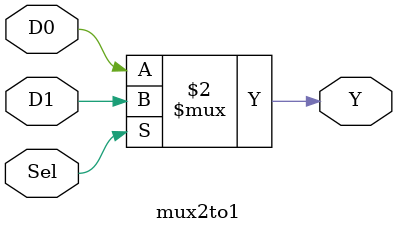
<source format=v>
`timescale 1ns / 1ps

module mux2to1 (
    input  wire D0,  // 输入信号 0
    input  wire D1,  // 输入信号 1
    input  wire Sel, // 选择信号
    output wire Y    // 输出信号
);

    // 使用条件运算符实现数据选择
    assign Y = (Sel == 1'b0) ? D0 : D1;

endmodule


</source>
